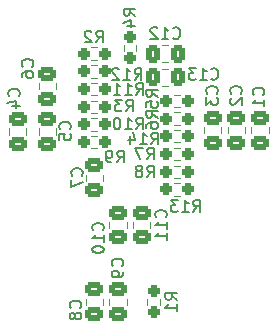
<source format=gbo>
%TF.GenerationSoftware,KiCad,Pcbnew,(6.0.0)*%
%TF.CreationDate,2023-03-26T17:46:31-04:00*%
%TF.ProjectId,daughterBoard,64617567-6874-4657-9242-6f6172642e6b,rev?*%
%TF.SameCoordinates,Original*%
%TF.FileFunction,Legend,Bot*%
%TF.FilePolarity,Positive*%
%FSLAX46Y46*%
G04 Gerber Fmt 4.6, Leading zero omitted, Abs format (unit mm)*
G04 Created by KiCad (PCBNEW (6.0.0)) date 2023-03-26 17:46:31*
%MOMM*%
%LPD*%
G01*
G04 APERTURE LIST*
G04 Aperture macros list*
%AMRoundRect*
0 Rectangle with rounded corners*
0 $1 Rounding radius*
0 $2 $3 $4 $5 $6 $7 $8 $9 X,Y pos of 4 corners*
0 Add a 4 corners polygon primitive as box body*
4,1,4,$2,$3,$4,$5,$6,$7,$8,$9,$2,$3,0*
0 Add four circle primitives for the rounded corners*
1,1,$1+$1,$2,$3*
1,1,$1+$1,$4,$5*
1,1,$1+$1,$6,$7*
1,1,$1+$1,$8,$9*
0 Add four rect primitives between the rounded corners*
20,1,$1+$1,$2,$3,$4,$5,0*
20,1,$1+$1,$4,$5,$6,$7,0*
20,1,$1+$1,$6,$7,$8,$9,0*
20,1,$1+$1,$8,$9,$2,$3,0*%
G04 Aperture macros list end*
%ADD10C,0.150000*%
%ADD11C,0.120000*%
%ADD12C,3.200000*%
%ADD13R,1.700000X1.700000*%
%ADD14O,1.700000X1.700000*%
%ADD15RoundRect,0.250000X0.475000X-0.337500X0.475000X0.337500X-0.475000X0.337500X-0.475000X-0.337500X0*%
%ADD16RoundRect,0.250000X-0.475000X0.337500X-0.475000X-0.337500X0.475000X-0.337500X0.475000X0.337500X0*%
%ADD17RoundRect,0.250000X0.337500X0.475000X-0.337500X0.475000X-0.337500X-0.475000X0.337500X-0.475000X0*%
%ADD18RoundRect,0.237500X-0.237500X0.250000X-0.237500X-0.250000X0.237500X-0.250000X0.237500X0.250000X0*%
%ADD19RoundRect,0.237500X-0.250000X-0.237500X0.250000X-0.237500X0.250000X0.237500X-0.250000X0.237500X0*%
%ADD20RoundRect,0.237500X0.250000X0.237500X-0.250000X0.237500X-0.250000X-0.237500X0.250000X-0.237500X0*%
G04 APERTURE END LIST*
D10*
%TO.C,C10*%
X109196142Y-77970142D02*
X109243761Y-77922523D01*
X109291380Y-77779666D01*
X109291380Y-77684428D01*
X109243761Y-77541571D01*
X109148523Y-77446333D01*
X109053285Y-77398714D01*
X108862809Y-77351095D01*
X108719952Y-77351095D01*
X108529476Y-77398714D01*
X108434238Y-77446333D01*
X108339000Y-77541571D01*
X108291380Y-77684428D01*
X108291380Y-77779666D01*
X108339000Y-77922523D01*
X108386619Y-77970142D01*
X109291380Y-78922523D02*
X109291380Y-78351095D01*
X109291380Y-78636809D02*
X108291380Y-78636809D01*
X108434238Y-78541571D01*
X108529476Y-78446333D01*
X108577095Y-78351095D01*
X108291380Y-79541571D02*
X108291380Y-79636809D01*
X108339000Y-79732047D01*
X108386619Y-79779666D01*
X108481857Y-79827285D01*
X108672333Y-79874904D01*
X108910428Y-79874904D01*
X109100904Y-79827285D01*
X109196142Y-79779666D01*
X109243761Y-79732047D01*
X109291380Y-79636809D01*
X109291380Y-79541571D01*
X109243761Y-79446333D01*
X109196142Y-79398714D01*
X109100904Y-79351095D01*
X108910428Y-79303476D01*
X108672333Y-79303476D01*
X108481857Y-79351095D01*
X108386619Y-79398714D01*
X108339000Y-79446333D01*
X108291380Y-79541571D01*
%TO.C,C8*%
X107291142Y-84542333D02*
X107338761Y-84494714D01*
X107386380Y-84351857D01*
X107386380Y-84256619D01*
X107338761Y-84113761D01*
X107243523Y-84018523D01*
X107148285Y-83970904D01*
X106957809Y-83923285D01*
X106814952Y-83923285D01*
X106624476Y-83970904D01*
X106529238Y-84018523D01*
X106434000Y-84113761D01*
X106386380Y-84256619D01*
X106386380Y-84351857D01*
X106434000Y-84494714D01*
X106481619Y-84542333D01*
X106814952Y-85113761D02*
X106767333Y-85018523D01*
X106719714Y-84970904D01*
X106624476Y-84923285D01*
X106576857Y-84923285D01*
X106481619Y-84970904D01*
X106434000Y-85018523D01*
X106386380Y-85113761D01*
X106386380Y-85304238D01*
X106434000Y-85399476D01*
X106481619Y-85447095D01*
X106576857Y-85494714D01*
X106624476Y-85494714D01*
X106719714Y-85447095D01*
X106767333Y-85399476D01*
X106814952Y-85304238D01*
X106814952Y-85113761D01*
X106862571Y-85018523D01*
X106910190Y-84970904D01*
X107005428Y-84923285D01*
X107195904Y-84923285D01*
X107291142Y-84970904D01*
X107338761Y-85018523D01*
X107386380Y-85113761D01*
X107386380Y-85304238D01*
X107338761Y-85399476D01*
X107291142Y-85447095D01*
X107195904Y-85494714D01*
X107005428Y-85494714D01*
X106910190Y-85447095D01*
X106862571Y-85399476D01*
X106814952Y-85304238D01*
%TO.C,C5*%
X106402142Y-69398333D02*
X106449761Y-69350714D01*
X106497380Y-69207857D01*
X106497380Y-69112619D01*
X106449761Y-68969761D01*
X106354523Y-68874523D01*
X106259285Y-68826904D01*
X106068809Y-68779285D01*
X105925952Y-68779285D01*
X105735476Y-68826904D01*
X105640238Y-68874523D01*
X105545000Y-68969761D01*
X105497380Y-69112619D01*
X105497380Y-69207857D01*
X105545000Y-69350714D01*
X105592619Y-69398333D01*
X105497380Y-70303095D02*
X105497380Y-69826904D01*
X105973571Y-69779285D01*
X105925952Y-69826904D01*
X105878333Y-69922142D01*
X105878333Y-70160238D01*
X105925952Y-70255476D01*
X105973571Y-70303095D01*
X106068809Y-70350714D01*
X106306904Y-70350714D01*
X106402142Y-70303095D01*
X106449761Y-70255476D01*
X106497380Y-70160238D01*
X106497380Y-69922142D01*
X106449761Y-69826904D01*
X106402142Y-69779285D01*
%TO.C,C11*%
X114537142Y-76857142D02*
X114584761Y-76809523D01*
X114632380Y-76666666D01*
X114632380Y-76571428D01*
X114584761Y-76428571D01*
X114489523Y-76333333D01*
X114394285Y-76285714D01*
X114203809Y-76238095D01*
X114060952Y-76238095D01*
X113870476Y-76285714D01*
X113775238Y-76333333D01*
X113680000Y-76428571D01*
X113632380Y-76571428D01*
X113632380Y-76666666D01*
X113680000Y-76809523D01*
X113727619Y-76857142D01*
X114632380Y-77809523D02*
X114632380Y-77238095D01*
X114632380Y-77523809D02*
X113632380Y-77523809D01*
X113775238Y-77428571D01*
X113870476Y-77333333D01*
X113918095Y-77238095D01*
X114632380Y-78761904D02*
X114632380Y-78190476D01*
X114632380Y-78476190D02*
X113632380Y-78476190D01*
X113775238Y-78380952D01*
X113870476Y-78285714D01*
X113918095Y-78190476D01*
%TO.C,C13*%
X118371857Y-65127142D02*
X118419476Y-65174761D01*
X118562333Y-65222380D01*
X118657571Y-65222380D01*
X118800428Y-65174761D01*
X118895666Y-65079523D01*
X118943285Y-64984285D01*
X118990904Y-64793809D01*
X118990904Y-64650952D01*
X118943285Y-64460476D01*
X118895666Y-64365238D01*
X118800428Y-64270000D01*
X118657571Y-64222380D01*
X118562333Y-64222380D01*
X118419476Y-64270000D01*
X118371857Y-64317619D01*
X117419476Y-65222380D02*
X117990904Y-65222380D01*
X117705190Y-65222380D02*
X117705190Y-64222380D01*
X117800428Y-64365238D01*
X117895666Y-64460476D01*
X117990904Y-64508095D01*
X117086142Y-64222380D02*
X116467095Y-64222380D01*
X116800428Y-64603333D01*
X116657571Y-64603333D01*
X116562333Y-64650952D01*
X116514714Y-64698571D01*
X116467095Y-64793809D01*
X116467095Y-65031904D01*
X116514714Y-65127142D01*
X116562333Y-65174761D01*
X116657571Y-65222380D01*
X116943285Y-65222380D01*
X117038523Y-65174761D01*
X117086142Y-65127142D01*
%TO.C,R1*%
X115498380Y-83833333D02*
X115022190Y-83500000D01*
X115498380Y-83261904D02*
X114498380Y-83261904D01*
X114498380Y-83642857D01*
X114546000Y-83738095D01*
X114593619Y-83785714D01*
X114688857Y-83833333D01*
X114831714Y-83833333D01*
X114926952Y-83785714D01*
X114974571Y-83738095D01*
X115022190Y-83642857D01*
X115022190Y-83261904D01*
X115498380Y-84785714D02*
X115498380Y-84214285D01*
X115498380Y-84500000D02*
X114498380Y-84500000D01*
X114641238Y-84404761D01*
X114736476Y-84309523D01*
X114784095Y-84214285D01*
%TO.C,C1*%
X122785142Y-66508333D02*
X122832761Y-66460714D01*
X122880380Y-66317857D01*
X122880380Y-66222619D01*
X122832761Y-66079761D01*
X122737523Y-65984523D01*
X122642285Y-65936904D01*
X122451809Y-65889285D01*
X122308952Y-65889285D01*
X122118476Y-65936904D01*
X122023238Y-65984523D01*
X121928000Y-66079761D01*
X121880380Y-66222619D01*
X121880380Y-66317857D01*
X121928000Y-66460714D01*
X121975619Y-66508333D01*
X122880380Y-67460714D02*
X122880380Y-66889285D01*
X122880380Y-67175000D02*
X121880380Y-67175000D01*
X122023238Y-67079761D01*
X122118476Y-66984523D01*
X122166095Y-66889285D01*
%TO.C,R4*%
X111958380Y-59777333D02*
X111482190Y-59444000D01*
X111958380Y-59205904D02*
X110958380Y-59205904D01*
X110958380Y-59586857D01*
X111006000Y-59682095D01*
X111053619Y-59729714D01*
X111148857Y-59777333D01*
X111291714Y-59777333D01*
X111386952Y-59729714D01*
X111434571Y-59682095D01*
X111482190Y-59586857D01*
X111482190Y-59205904D01*
X111291714Y-60634476D02*
X111958380Y-60634476D01*
X110910761Y-60396380D02*
X111625047Y-60158285D01*
X111625047Y-60777333D01*
%TO.C,R7*%
X112942666Y-71953380D02*
X113276000Y-71477190D01*
X113514095Y-71953380D02*
X113514095Y-70953380D01*
X113133142Y-70953380D01*
X113037904Y-71001000D01*
X112990285Y-71048619D01*
X112942666Y-71143857D01*
X112942666Y-71286714D01*
X112990285Y-71381952D01*
X113037904Y-71429571D01*
X113133142Y-71477190D01*
X113514095Y-71477190D01*
X112609333Y-70953380D02*
X111942666Y-70953380D01*
X112371238Y-71953380D01*
%TO.C,R14*%
X113291857Y-70683380D02*
X113625190Y-70207190D01*
X113863285Y-70683380D02*
X113863285Y-69683380D01*
X113482333Y-69683380D01*
X113387095Y-69731000D01*
X113339476Y-69778619D01*
X113291857Y-69873857D01*
X113291857Y-70016714D01*
X113339476Y-70111952D01*
X113387095Y-70159571D01*
X113482333Y-70207190D01*
X113863285Y-70207190D01*
X112339476Y-70683380D02*
X112910904Y-70683380D01*
X112625190Y-70683380D02*
X112625190Y-69683380D01*
X112720428Y-69826238D01*
X112815666Y-69921476D01*
X112910904Y-69969095D01*
X111482333Y-70016714D02*
X111482333Y-70683380D01*
X111720428Y-69635761D02*
X111958523Y-70350047D01*
X111339476Y-70350047D01*
%TO.C,C3*%
X118848142Y-66381333D02*
X118895761Y-66333714D01*
X118943380Y-66190857D01*
X118943380Y-66095619D01*
X118895761Y-65952761D01*
X118800523Y-65857523D01*
X118705285Y-65809904D01*
X118514809Y-65762285D01*
X118371952Y-65762285D01*
X118181476Y-65809904D01*
X118086238Y-65857523D01*
X117991000Y-65952761D01*
X117943380Y-66095619D01*
X117943380Y-66190857D01*
X117991000Y-66333714D01*
X118038619Y-66381333D01*
X117943380Y-66714666D02*
X117943380Y-67333714D01*
X118324333Y-67000380D01*
X118324333Y-67143238D01*
X118371952Y-67238476D01*
X118419571Y-67286095D01*
X118514809Y-67333714D01*
X118752904Y-67333714D01*
X118848142Y-67286095D01*
X118895761Y-67238476D01*
X118943380Y-67143238D01*
X118943380Y-66857523D01*
X118895761Y-66762285D01*
X118848142Y-66714666D01*
%TO.C,C6*%
X103227142Y-64095333D02*
X103274761Y-64047714D01*
X103322380Y-63904857D01*
X103322380Y-63809619D01*
X103274761Y-63666761D01*
X103179523Y-63571523D01*
X103084285Y-63523904D01*
X102893809Y-63476285D01*
X102750952Y-63476285D01*
X102560476Y-63523904D01*
X102465238Y-63571523D01*
X102370000Y-63666761D01*
X102322380Y-63809619D01*
X102322380Y-63904857D01*
X102370000Y-64047714D01*
X102417619Y-64095333D01*
X102322380Y-64952476D02*
X102322380Y-64762000D01*
X102370000Y-64666761D01*
X102417619Y-64619142D01*
X102560476Y-64523904D01*
X102750952Y-64476285D01*
X103131904Y-64476285D01*
X103227142Y-64523904D01*
X103274761Y-64571523D01*
X103322380Y-64666761D01*
X103322380Y-64857238D01*
X103274761Y-64952476D01*
X103227142Y-65000095D01*
X103131904Y-65047714D01*
X102893809Y-65047714D01*
X102798571Y-65000095D01*
X102750952Y-64952476D01*
X102703333Y-64857238D01*
X102703333Y-64666761D01*
X102750952Y-64571523D01*
X102798571Y-64523904D01*
X102893809Y-64476285D01*
%TO.C,C9*%
X110847142Y-80986333D02*
X110894761Y-80938714D01*
X110942380Y-80795857D01*
X110942380Y-80700619D01*
X110894761Y-80557761D01*
X110799523Y-80462523D01*
X110704285Y-80414904D01*
X110513809Y-80367285D01*
X110370952Y-80367285D01*
X110180476Y-80414904D01*
X110085238Y-80462523D01*
X109990000Y-80557761D01*
X109942380Y-80700619D01*
X109942380Y-80795857D01*
X109990000Y-80938714D01*
X110037619Y-80986333D01*
X110942380Y-81462523D02*
X110942380Y-81653000D01*
X110894761Y-81748238D01*
X110847142Y-81795857D01*
X110704285Y-81891095D01*
X110513809Y-81938714D01*
X110132857Y-81938714D01*
X110037619Y-81891095D01*
X109990000Y-81843476D01*
X109942380Y-81748238D01*
X109942380Y-81557761D01*
X109990000Y-81462523D01*
X110037619Y-81414904D01*
X110132857Y-81367285D01*
X110370952Y-81367285D01*
X110466190Y-81414904D01*
X110513809Y-81462523D01*
X110561428Y-81557761D01*
X110561428Y-81748238D01*
X110513809Y-81843476D01*
X110466190Y-81891095D01*
X110370952Y-81938714D01*
%TO.C,R5*%
X113863380Y-66635333D02*
X113387190Y-66302000D01*
X113863380Y-66063904D02*
X112863380Y-66063904D01*
X112863380Y-66444857D01*
X112911000Y-66540095D01*
X112958619Y-66587714D01*
X113053857Y-66635333D01*
X113196714Y-66635333D01*
X113291952Y-66587714D01*
X113339571Y-66540095D01*
X113387190Y-66444857D01*
X113387190Y-66063904D01*
X112863380Y-67540095D02*
X112863380Y-67063904D01*
X113339571Y-67016285D01*
X113291952Y-67063904D01*
X113244333Y-67159142D01*
X113244333Y-67397238D01*
X113291952Y-67492476D01*
X113339571Y-67540095D01*
X113434809Y-67587714D01*
X113672904Y-67587714D01*
X113768142Y-67540095D01*
X113815761Y-67492476D01*
X113863380Y-67397238D01*
X113863380Y-67159142D01*
X113815761Y-67063904D01*
X113768142Y-67016285D01*
%TO.C,R8*%
X112942666Y-73477380D02*
X113276000Y-73001190D01*
X113514095Y-73477380D02*
X113514095Y-72477380D01*
X113133142Y-72477380D01*
X113037904Y-72525000D01*
X112990285Y-72572619D01*
X112942666Y-72667857D01*
X112942666Y-72810714D01*
X112990285Y-72905952D01*
X113037904Y-72953571D01*
X113133142Y-73001190D01*
X113514095Y-73001190D01*
X112371238Y-72905952D02*
X112466476Y-72858333D01*
X112514095Y-72810714D01*
X112561714Y-72715476D01*
X112561714Y-72667857D01*
X112514095Y-72572619D01*
X112466476Y-72525000D01*
X112371238Y-72477380D01*
X112180761Y-72477380D01*
X112085523Y-72525000D01*
X112037904Y-72572619D01*
X111990285Y-72667857D01*
X111990285Y-72715476D01*
X112037904Y-72810714D01*
X112085523Y-72858333D01*
X112180761Y-72905952D01*
X112371238Y-72905952D01*
X112466476Y-72953571D01*
X112514095Y-73001190D01*
X112561714Y-73096428D01*
X112561714Y-73286904D01*
X112514095Y-73382142D01*
X112466476Y-73429761D01*
X112371238Y-73477380D01*
X112180761Y-73477380D01*
X112085523Y-73429761D01*
X112037904Y-73382142D01*
X111990285Y-73286904D01*
X111990285Y-73096428D01*
X112037904Y-73001190D01*
X112085523Y-72953571D01*
X112180761Y-72905952D01*
%TO.C,R12*%
X111894857Y-65222380D02*
X112228190Y-64746190D01*
X112466285Y-65222380D02*
X112466285Y-64222380D01*
X112085333Y-64222380D01*
X111990095Y-64270000D01*
X111942476Y-64317619D01*
X111894857Y-64412857D01*
X111894857Y-64555714D01*
X111942476Y-64650952D01*
X111990095Y-64698571D01*
X112085333Y-64746190D01*
X112466285Y-64746190D01*
X110942476Y-65222380D02*
X111513904Y-65222380D01*
X111228190Y-65222380D02*
X111228190Y-64222380D01*
X111323428Y-64365238D01*
X111418666Y-64460476D01*
X111513904Y-64508095D01*
X110561523Y-64317619D02*
X110513904Y-64270000D01*
X110418666Y-64222380D01*
X110180571Y-64222380D01*
X110085333Y-64270000D01*
X110037714Y-64317619D01*
X109990095Y-64412857D01*
X109990095Y-64508095D01*
X110037714Y-64650952D01*
X110609142Y-65222380D01*
X109990095Y-65222380D01*
%TO.C,C12*%
X115142857Y-61677142D02*
X115190476Y-61724761D01*
X115333333Y-61772380D01*
X115428571Y-61772380D01*
X115571428Y-61724761D01*
X115666666Y-61629523D01*
X115714285Y-61534285D01*
X115761904Y-61343809D01*
X115761904Y-61200952D01*
X115714285Y-61010476D01*
X115666666Y-60915238D01*
X115571428Y-60820000D01*
X115428571Y-60772380D01*
X115333333Y-60772380D01*
X115190476Y-60820000D01*
X115142857Y-60867619D01*
X114190476Y-61772380D02*
X114761904Y-61772380D01*
X114476190Y-61772380D02*
X114476190Y-60772380D01*
X114571428Y-60915238D01*
X114666666Y-61010476D01*
X114761904Y-61058095D01*
X113809523Y-60867619D02*
X113761904Y-60820000D01*
X113666666Y-60772380D01*
X113428571Y-60772380D01*
X113333333Y-60820000D01*
X113285714Y-60867619D01*
X113238095Y-60962857D01*
X113238095Y-61058095D01*
X113285714Y-61200952D01*
X113857142Y-61772380D01*
X113238095Y-61772380D01*
%TO.C,R11*%
X112021857Y-66492380D02*
X112355190Y-66016190D01*
X112593285Y-66492380D02*
X112593285Y-65492380D01*
X112212333Y-65492380D01*
X112117095Y-65540000D01*
X112069476Y-65587619D01*
X112021857Y-65682857D01*
X112021857Y-65825714D01*
X112069476Y-65920952D01*
X112117095Y-65968571D01*
X112212333Y-66016190D01*
X112593285Y-66016190D01*
X111069476Y-66492380D02*
X111640904Y-66492380D01*
X111355190Y-66492380D02*
X111355190Y-65492380D01*
X111450428Y-65635238D01*
X111545666Y-65730476D01*
X111640904Y-65778095D01*
X110117095Y-66492380D02*
X110688523Y-66492380D01*
X110402809Y-66492380D02*
X110402809Y-65492380D01*
X110498047Y-65635238D01*
X110593285Y-65730476D01*
X110688523Y-65778095D01*
%TO.C,R10*%
X112021857Y-69413380D02*
X112355190Y-68937190D01*
X112593285Y-69413380D02*
X112593285Y-68413380D01*
X112212333Y-68413380D01*
X112117095Y-68461000D01*
X112069476Y-68508619D01*
X112021857Y-68603857D01*
X112021857Y-68746714D01*
X112069476Y-68841952D01*
X112117095Y-68889571D01*
X112212333Y-68937190D01*
X112593285Y-68937190D01*
X111069476Y-69413380D02*
X111640904Y-69413380D01*
X111355190Y-69413380D02*
X111355190Y-68413380D01*
X111450428Y-68556238D01*
X111545666Y-68651476D01*
X111640904Y-68699095D01*
X110450428Y-68413380D02*
X110355190Y-68413380D01*
X110259952Y-68461000D01*
X110212333Y-68508619D01*
X110164714Y-68603857D01*
X110117095Y-68794333D01*
X110117095Y-69032428D01*
X110164714Y-69222904D01*
X110212333Y-69318142D01*
X110259952Y-69365761D01*
X110355190Y-69413380D01*
X110450428Y-69413380D01*
X110545666Y-69365761D01*
X110593285Y-69318142D01*
X110640904Y-69222904D01*
X110688523Y-69032428D01*
X110688523Y-68794333D01*
X110640904Y-68603857D01*
X110593285Y-68508619D01*
X110545666Y-68461000D01*
X110450428Y-68413380D01*
%TO.C,R6*%
X113863380Y-68413333D02*
X113387190Y-68080000D01*
X113863380Y-67841904D02*
X112863380Y-67841904D01*
X112863380Y-68222857D01*
X112911000Y-68318095D01*
X112958619Y-68365714D01*
X113053857Y-68413333D01*
X113196714Y-68413333D01*
X113291952Y-68365714D01*
X113339571Y-68318095D01*
X113387190Y-68222857D01*
X113387190Y-67841904D01*
X112863380Y-69270476D02*
X112863380Y-69080000D01*
X112911000Y-68984761D01*
X112958619Y-68937142D01*
X113101476Y-68841904D01*
X113291952Y-68794285D01*
X113672904Y-68794285D01*
X113768142Y-68841904D01*
X113815761Y-68889523D01*
X113863380Y-68984761D01*
X113863380Y-69175238D01*
X113815761Y-69270476D01*
X113768142Y-69318095D01*
X113672904Y-69365714D01*
X113434809Y-69365714D01*
X113339571Y-69318095D01*
X113291952Y-69270476D01*
X113244333Y-69175238D01*
X113244333Y-68984761D01*
X113291952Y-68889523D01*
X113339571Y-68841904D01*
X113434809Y-68794285D01*
%TO.C,R13*%
X116847857Y-76398380D02*
X117181190Y-75922190D01*
X117419285Y-76398380D02*
X117419285Y-75398380D01*
X117038333Y-75398380D01*
X116943095Y-75446000D01*
X116895476Y-75493619D01*
X116847857Y-75588857D01*
X116847857Y-75731714D01*
X116895476Y-75826952D01*
X116943095Y-75874571D01*
X117038333Y-75922190D01*
X117419285Y-75922190D01*
X115895476Y-76398380D02*
X116466904Y-76398380D01*
X116181190Y-76398380D02*
X116181190Y-75398380D01*
X116276428Y-75541238D01*
X116371666Y-75636476D01*
X116466904Y-75684095D01*
X115562142Y-75398380D02*
X114943095Y-75398380D01*
X115276428Y-75779333D01*
X115133571Y-75779333D01*
X115038333Y-75826952D01*
X114990714Y-75874571D01*
X114943095Y-75969809D01*
X114943095Y-76207904D01*
X114990714Y-76303142D01*
X115038333Y-76350761D01*
X115133571Y-76398380D01*
X115419285Y-76398380D01*
X115514523Y-76350761D01*
X115562142Y-76303142D01*
%TO.C,C2*%
X120880142Y-66381333D02*
X120927761Y-66333714D01*
X120975380Y-66190857D01*
X120975380Y-66095619D01*
X120927761Y-65952761D01*
X120832523Y-65857523D01*
X120737285Y-65809904D01*
X120546809Y-65762285D01*
X120403952Y-65762285D01*
X120213476Y-65809904D01*
X120118238Y-65857523D01*
X120023000Y-65952761D01*
X119975380Y-66095619D01*
X119975380Y-66190857D01*
X120023000Y-66333714D01*
X120070619Y-66381333D01*
X120070619Y-66762285D02*
X120023000Y-66809904D01*
X119975380Y-66905142D01*
X119975380Y-67143238D01*
X120023000Y-67238476D01*
X120070619Y-67286095D01*
X120165857Y-67333714D01*
X120261095Y-67333714D01*
X120403952Y-67286095D01*
X120975380Y-66714666D01*
X120975380Y-67333714D01*
%TO.C,C4*%
X102084142Y-66604333D02*
X102131761Y-66556714D01*
X102179380Y-66413857D01*
X102179380Y-66318619D01*
X102131761Y-66175761D01*
X102036523Y-66080523D01*
X101941285Y-66032904D01*
X101750809Y-65985285D01*
X101607952Y-65985285D01*
X101417476Y-66032904D01*
X101322238Y-66080523D01*
X101227000Y-66175761D01*
X101179380Y-66318619D01*
X101179380Y-66413857D01*
X101227000Y-66556714D01*
X101274619Y-66604333D01*
X101512714Y-67461476D02*
X102179380Y-67461476D01*
X101131761Y-67223380D02*
X101846047Y-66985285D01*
X101846047Y-67604333D01*
%TO.C,C7*%
X107418142Y-73333333D02*
X107465761Y-73285714D01*
X107513380Y-73142857D01*
X107513380Y-73047619D01*
X107465761Y-72904761D01*
X107370523Y-72809523D01*
X107275285Y-72761904D01*
X107084809Y-72714285D01*
X106941952Y-72714285D01*
X106751476Y-72761904D01*
X106656238Y-72809523D01*
X106561000Y-72904761D01*
X106513380Y-73047619D01*
X106513380Y-73142857D01*
X106561000Y-73285714D01*
X106608619Y-73333333D01*
X106513380Y-73666666D02*
X106513380Y-74333333D01*
X107513380Y-73904761D01*
%TO.C,R3*%
X111164666Y-67889380D02*
X111498000Y-67413190D01*
X111736095Y-67889380D02*
X111736095Y-66889380D01*
X111355142Y-66889380D01*
X111259904Y-66937000D01*
X111212285Y-66984619D01*
X111164666Y-67079857D01*
X111164666Y-67222714D01*
X111212285Y-67317952D01*
X111259904Y-67365571D01*
X111355142Y-67413190D01*
X111736095Y-67413190D01*
X110831333Y-66889380D02*
X110212285Y-66889380D01*
X110545619Y-67270333D01*
X110402761Y-67270333D01*
X110307523Y-67317952D01*
X110259904Y-67365571D01*
X110212285Y-67460809D01*
X110212285Y-67698904D01*
X110259904Y-67794142D01*
X110307523Y-67841761D01*
X110402761Y-67889380D01*
X110688476Y-67889380D01*
X110783714Y-67841761D01*
X110831333Y-67794142D01*
%TO.C,R9*%
X110402666Y-72207380D02*
X110736000Y-71731190D01*
X110974095Y-72207380D02*
X110974095Y-71207380D01*
X110593142Y-71207380D01*
X110497904Y-71255000D01*
X110450285Y-71302619D01*
X110402666Y-71397857D01*
X110402666Y-71540714D01*
X110450285Y-71635952D01*
X110497904Y-71683571D01*
X110593142Y-71731190D01*
X110974095Y-71731190D01*
X109926476Y-72207380D02*
X109736000Y-72207380D01*
X109640761Y-72159761D01*
X109593142Y-72112142D01*
X109497904Y-71969285D01*
X109450285Y-71778809D01*
X109450285Y-71397857D01*
X109497904Y-71302619D01*
X109545523Y-71255000D01*
X109640761Y-71207380D01*
X109831238Y-71207380D01*
X109926476Y-71255000D01*
X109974095Y-71302619D01*
X110021714Y-71397857D01*
X110021714Y-71635952D01*
X109974095Y-71731190D01*
X109926476Y-71778809D01*
X109831238Y-71826428D01*
X109640761Y-71826428D01*
X109545523Y-71778809D01*
X109497904Y-71731190D01*
X109450285Y-71635952D01*
%TO.C,R2*%
X108624666Y-62047380D02*
X108958000Y-61571190D01*
X109196095Y-62047380D02*
X109196095Y-61047380D01*
X108815142Y-61047380D01*
X108719904Y-61095000D01*
X108672285Y-61142619D01*
X108624666Y-61237857D01*
X108624666Y-61380714D01*
X108672285Y-61475952D01*
X108719904Y-61523571D01*
X108815142Y-61571190D01*
X109196095Y-61571190D01*
X108243714Y-61142619D02*
X108196095Y-61095000D01*
X108100857Y-61047380D01*
X107862761Y-61047380D01*
X107767523Y-61095000D01*
X107719904Y-61142619D01*
X107672285Y-61237857D01*
X107672285Y-61333095D01*
X107719904Y-61475952D01*
X108291333Y-62047380D01*
X107672285Y-62047380D01*
D11*
%TO.C,C10*%
X111235000Y-77761252D02*
X111235000Y-77238748D01*
X109765000Y-77761252D02*
X109765000Y-77238748D01*
%TO.C,C8*%
X107765000Y-83738748D02*
X107765000Y-84261252D01*
X109235000Y-83738748D02*
X109235000Y-84261252D01*
%TO.C,C5*%
X105235000Y-69334748D02*
X105235000Y-69857252D01*
X103765000Y-69334748D02*
X103765000Y-69857252D01*
%TO.C,C11*%
X111765000Y-77761252D02*
X111765000Y-77238748D01*
X113235000Y-77761252D02*
X113235000Y-77238748D01*
%TO.C,C13*%
X114761252Y-64265000D02*
X114238748Y-64265000D01*
X114761252Y-65735000D02*
X114238748Y-65735000D01*
%TO.C,R1*%
X112977500Y-83745276D02*
X112977500Y-84254724D01*
X114022500Y-83745276D02*
X114022500Y-84254724D01*
%TO.C,C1*%
X121765000Y-69238748D02*
X121765000Y-69761252D01*
X123235000Y-69238748D02*
X123235000Y-69761252D01*
%TO.C,R4*%
X112022500Y-62245276D02*
X112022500Y-62754724D01*
X110977500Y-62245276D02*
X110977500Y-62754724D01*
%TO.C,R7*%
X115245276Y-70977500D02*
X115754724Y-70977500D01*
X115245276Y-72022500D02*
X115754724Y-72022500D01*
%TO.C,R14*%
X115754724Y-70522500D02*
X115245276Y-70522500D01*
X115754724Y-69477500D02*
X115245276Y-69477500D01*
%TO.C,C3*%
X119235000Y-69238748D02*
X119235000Y-69761252D01*
X117765000Y-69238748D02*
X117765000Y-69761252D01*
%TO.C,C6*%
X103786000Y-66025752D02*
X103786000Y-65503248D01*
X105256000Y-66025752D02*
X105256000Y-65503248D01*
%TO.C,C9*%
X109765000Y-83738748D02*
X109765000Y-84261252D01*
X111235000Y-83738748D02*
X111235000Y-84261252D01*
%TO.C,R5*%
X115245276Y-67522500D02*
X115754724Y-67522500D01*
X115245276Y-66477500D02*
X115754724Y-66477500D01*
%TO.C,R8*%
X115245276Y-72477500D02*
X115754724Y-72477500D01*
X115245276Y-73522500D02*
X115754724Y-73522500D01*
%TO.C,R12*%
X108754724Y-63977500D02*
X108245276Y-63977500D01*
X108754724Y-65022500D02*
X108245276Y-65022500D01*
%TO.C,C12*%
X114761252Y-62265000D02*
X114238748Y-62265000D01*
X114761252Y-63735000D02*
X114238748Y-63735000D01*
%TO.C,R11*%
X108754724Y-66522500D02*
X108245276Y-66522500D01*
X108754724Y-65477500D02*
X108245276Y-65477500D01*
%TO.C,R10*%
X108754724Y-69522500D02*
X108245276Y-69522500D01*
X108754724Y-68477500D02*
X108245276Y-68477500D01*
%TO.C,R6*%
X115245276Y-69022500D02*
X115754724Y-69022500D01*
X115245276Y-67977500D02*
X115754724Y-67977500D01*
%TO.C,R13*%
X115754724Y-75022500D02*
X115245276Y-75022500D01*
X115754724Y-73977500D02*
X115245276Y-73977500D01*
%TO.C,C2*%
X119765000Y-69238748D02*
X119765000Y-69761252D01*
X121235000Y-69238748D02*
X121235000Y-69761252D01*
%TO.C,C4*%
X101265000Y-69334748D02*
X101265000Y-69857252D01*
X102735000Y-69334748D02*
X102735000Y-69857252D01*
%TO.C,C7*%
X109235000Y-73761252D02*
X109235000Y-73238748D01*
X107765000Y-73761252D02*
X107765000Y-73238748D01*
%TO.C,R3*%
X108245276Y-66977500D02*
X108754724Y-66977500D01*
X108245276Y-68022500D02*
X108754724Y-68022500D01*
%TO.C,R9*%
X108754724Y-71022500D02*
X108245276Y-71022500D01*
X108754724Y-69977500D02*
X108245276Y-69977500D01*
%TO.C,R2*%
X108245276Y-63522500D02*
X108754724Y-63522500D01*
X108245276Y-62477500D02*
X108754724Y-62477500D01*
%TD*%
%LPC*%
D12*
%TO.C,REF\u002A\u002A*%
X103500000Y-82500000D03*
%TD*%
D13*
%TO.C,J4*%
X119500000Y-52000000D03*
D14*
X122040000Y-52000000D03*
X119500000Y-54540000D03*
X122040000Y-54540000D03*
X119500000Y-57080000D03*
X122040000Y-57080000D03*
X119500000Y-59620000D03*
X122040000Y-59620000D03*
X119500000Y-62160000D03*
X122040000Y-62160000D03*
%TD*%
D12*
%TO.C,REF\u002A\u002A*%
X120500000Y-82500000D03*
%TD*%
D13*
%TO.C,J2*%
X119500000Y-73500000D03*
D14*
X122040000Y-73500000D03*
X119500000Y-76040000D03*
X122040000Y-76040000D03*
%TD*%
D12*
%TO.C,REF\u002A\u002A*%
X112000000Y-53500000D03*
%TD*%
D13*
%TO.C,J3*%
X104500000Y-76000000D03*
D14*
X101960000Y-76000000D03*
X104500000Y-73460000D03*
X101960000Y-73460000D03*
%TD*%
D13*
%TO.C,J1*%
X102000000Y-52000000D03*
D14*
X104540000Y-52000000D03*
X102000000Y-54540000D03*
X104540000Y-54540000D03*
X102000000Y-57080000D03*
X104540000Y-57080000D03*
X102000000Y-59620000D03*
X104540000Y-59620000D03*
X102000000Y-62160000D03*
X104540000Y-62160000D03*
%TD*%
D15*
%TO.C,C10*%
X110500000Y-78537500D03*
X110500000Y-76462500D03*
%TD*%
D16*
%TO.C,C8*%
X108500000Y-82962500D03*
X108500000Y-85037500D03*
%TD*%
%TO.C,C5*%
X104500000Y-68558500D03*
X104500000Y-70633500D03*
%TD*%
D15*
%TO.C,C11*%
X112500000Y-78537500D03*
X112500000Y-76462500D03*
%TD*%
D17*
%TO.C,C13*%
X115537500Y-65000000D03*
X113462500Y-65000000D03*
%TD*%
D18*
%TO.C,R1*%
X113500000Y-83087500D03*
X113500000Y-84912500D03*
%TD*%
D16*
%TO.C,C1*%
X122500000Y-68462500D03*
X122500000Y-70537500D03*
%TD*%
D18*
%TO.C,R4*%
X111500000Y-61587500D03*
X111500000Y-63412500D03*
%TD*%
D19*
%TO.C,R7*%
X114587500Y-71500000D03*
X116412500Y-71500000D03*
%TD*%
D20*
%TO.C,R14*%
X116412500Y-70000000D03*
X114587500Y-70000000D03*
%TD*%
D16*
%TO.C,C3*%
X118500000Y-68462500D03*
X118500000Y-70537500D03*
%TD*%
D15*
%TO.C,C6*%
X104521000Y-66802000D03*
X104521000Y-64727000D03*
%TD*%
D16*
%TO.C,C9*%
X110500000Y-82962500D03*
X110500000Y-85037500D03*
%TD*%
D19*
%TO.C,R5*%
X114587500Y-67000000D03*
X116412500Y-67000000D03*
%TD*%
%TO.C,R8*%
X114587500Y-73000000D03*
X116412500Y-73000000D03*
%TD*%
D20*
%TO.C,R12*%
X109412500Y-64500000D03*
X107587500Y-64500000D03*
%TD*%
D17*
%TO.C,C12*%
X115537500Y-63000000D03*
X113462500Y-63000000D03*
%TD*%
D20*
%TO.C,R11*%
X109412500Y-66000000D03*
X107587500Y-66000000D03*
%TD*%
%TO.C,R10*%
X109412500Y-69000000D03*
X107587500Y-69000000D03*
%TD*%
D19*
%TO.C,R6*%
X114587500Y-68500000D03*
X116412500Y-68500000D03*
%TD*%
D20*
%TO.C,R13*%
X116412500Y-74500000D03*
X114587500Y-74500000D03*
%TD*%
D16*
%TO.C,C2*%
X120500000Y-68462500D03*
X120500000Y-70537500D03*
%TD*%
%TO.C,C4*%
X102000000Y-68558500D03*
X102000000Y-70633500D03*
%TD*%
D15*
%TO.C,C7*%
X108500000Y-74537500D03*
X108500000Y-72462500D03*
%TD*%
D19*
%TO.C,R3*%
X107587500Y-67500000D03*
X109412500Y-67500000D03*
%TD*%
D20*
%TO.C,R9*%
X109412500Y-70500000D03*
X107587500Y-70500000D03*
%TD*%
D19*
%TO.C,R2*%
X107587500Y-63000000D03*
X109412500Y-63000000D03*
%TD*%
M02*

</source>
